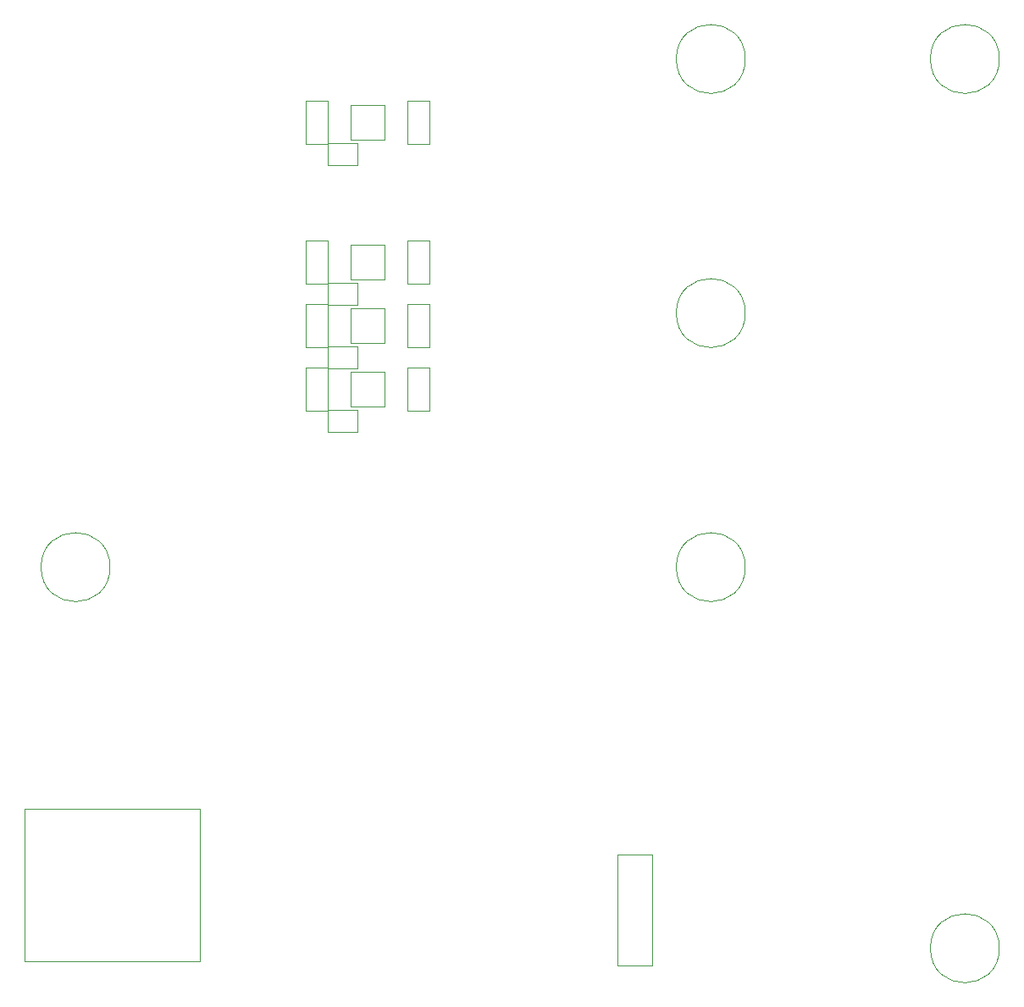
<source format=gbr>
G04 #@! TF.FileFunction,Other,User*
%FSLAX46Y46*%
G04 Gerber Fmt 4.6, Leading zero omitted, Abs format (unit mm)*
G04 Created by KiCad (PCBNEW 4.0.4-stable) date 01/08/18 17:18:11*
%MOMM*%
%LPD*%
G01*
G04 APERTURE LIST*
%ADD10C,0.250000*%
%ADD11C,0.050000*%
G04 APERTURE END LIST*
D10*
D11*
X82190000Y-119380000D02*
G75*
G03X82190000Y-119380000I-3450000J0D01*
G01*
X145690000Y-119380000D02*
G75*
G03X145690000Y-119380000I-3450000J0D01*
G01*
X145690000Y-93980000D02*
G75*
G03X145690000Y-93980000I-3450000J0D01*
G01*
X145690000Y-68580000D02*
G75*
G03X145690000Y-68580000I-3450000J0D01*
G01*
X171090000Y-157480000D02*
G75*
G03X171090000Y-157480000I-3450000J0D01*
G01*
X106250000Y-99850000D02*
X109650000Y-99850000D01*
X109650000Y-99850000D02*
X109650000Y-103350000D01*
X109650000Y-103350000D02*
X106250000Y-103350000D01*
X106250000Y-103350000D02*
X106250000Y-99850000D01*
X106250000Y-93500000D02*
X109650000Y-93500000D01*
X109650000Y-93500000D02*
X109650000Y-97000000D01*
X109650000Y-97000000D02*
X106250000Y-97000000D01*
X106250000Y-97000000D02*
X106250000Y-93500000D01*
X106250000Y-87150000D02*
X109650000Y-87150000D01*
X109650000Y-87150000D02*
X109650000Y-90650000D01*
X109650000Y-90650000D02*
X106250000Y-90650000D01*
X106250000Y-90650000D02*
X106250000Y-87150000D01*
X106250000Y-73180000D02*
X109650000Y-73180000D01*
X109650000Y-73180000D02*
X109650000Y-76680000D01*
X109650000Y-76680000D02*
X106250000Y-76680000D01*
X106250000Y-76680000D02*
X106250000Y-73180000D01*
X103980000Y-99450000D02*
X103980000Y-103750000D01*
X103980000Y-99450000D02*
X101770000Y-99450000D01*
X101770000Y-103750000D02*
X103980000Y-103750000D01*
X101770000Y-103750000D02*
X101770000Y-99450000D01*
X103980000Y-93100000D02*
X103980000Y-97400000D01*
X103980000Y-93100000D02*
X101770000Y-93100000D01*
X101770000Y-97400000D02*
X103980000Y-97400000D01*
X101770000Y-97400000D02*
X101770000Y-93100000D01*
X103980000Y-86750000D02*
X103980000Y-91050000D01*
X103980000Y-86750000D02*
X101770000Y-86750000D01*
X101770000Y-91050000D02*
X103980000Y-91050000D01*
X101770000Y-91050000D02*
X101770000Y-86750000D01*
X103980000Y-72780000D02*
X103980000Y-77080000D01*
X103980000Y-72780000D02*
X101770000Y-72780000D01*
X101770000Y-77080000D02*
X103980000Y-77080000D01*
X101770000Y-77080000D02*
X101770000Y-72780000D01*
X114140000Y-99450000D02*
X114140000Y-103750000D01*
X114140000Y-99450000D02*
X111930000Y-99450000D01*
X111930000Y-103750000D02*
X114140000Y-103750000D01*
X111930000Y-103750000D02*
X111930000Y-99450000D01*
X114140000Y-93100000D02*
X114140000Y-97400000D01*
X114140000Y-93100000D02*
X111930000Y-93100000D01*
X111930000Y-97400000D02*
X114140000Y-97400000D01*
X111930000Y-97400000D02*
X111930000Y-93100000D01*
X114140000Y-86750000D02*
X114140000Y-91050000D01*
X114140000Y-86750000D02*
X111930000Y-86750000D01*
X111930000Y-91050000D02*
X114140000Y-91050000D01*
X111930000Y-91050000D02*
X111930000Y-86750000D01*
X114140000Y-72780000D02*
X114140000Y-77080000D01*
X114140000Y-72780000D02*
X111930000Y-72780000D01*
X111930000Y-77080000D02*
X114140000Y-77080000D01*
X111930000Y-77080000D02*
X111930000Y-72780000D01*
X103960000Y-97325000D02*
X106910000Y-97325000D01*
X106910000Y-97325000D02*
X106910000Y-99525000D01*
X106910000Y-99525000D02*
X103960000Y-99525000D01*
X103960000Y-99525000D02*
X103960000Y-97325000D01*
X103960000Y-90975000D02*
X106910000Y-90975000D01*
X106910000Y-90975000D02*
X106910000Y-93175000D01*
X106910000Y-93175000D02*
X103960000Y-93175000D01*
X103960000Y-93175000D02*
X103960000Y-90975000D01*
X103960000Y-103675000D02*
X106910000Y-103675000D01*
X106910000Y-103675000D02*
X106910000Y-105875000D01*
X106910000Y-105875000D02*
X103960000Y-105875000D01*
X103960000Y-105875000D02*
X103960000Y-103675000D01*
X103960000Y-77005000D02*
X106910000Y-77005000D01*
X106910000Y-77005000D02*
X106910000Y-79205000D01*
X106910000Y-79205000D02*
X103960000Y-79205000D01*
X103960000Y-79205000D02*
X103960000Y-77005000D01*
X73650000Y-143500000D02*
X91200000Y-143500000D01*
X91200000Y-143500000D02*
X91200000Y-158750000D01*
X91200000Y-158750000D02*
X73650000Y-158750000D01*
X73650000Y-158750000D02*
X73650000Y-143500000D01*
X136370000Y-159230000D02*
X136370000Y-148080000D01*
X132870000Y-159230000D02*
X132870000Y-148080000D01*
X136370000Y-159230000D02*
X132870000Y-159230000D01*
X136370000Y-148080000D02*
X132870000Y-148080000D01*
X171090000Y-68580000D02*
G75*
G03X171090000Y-68580000I-3450000J0D01*
G01*
M02*

</source>
